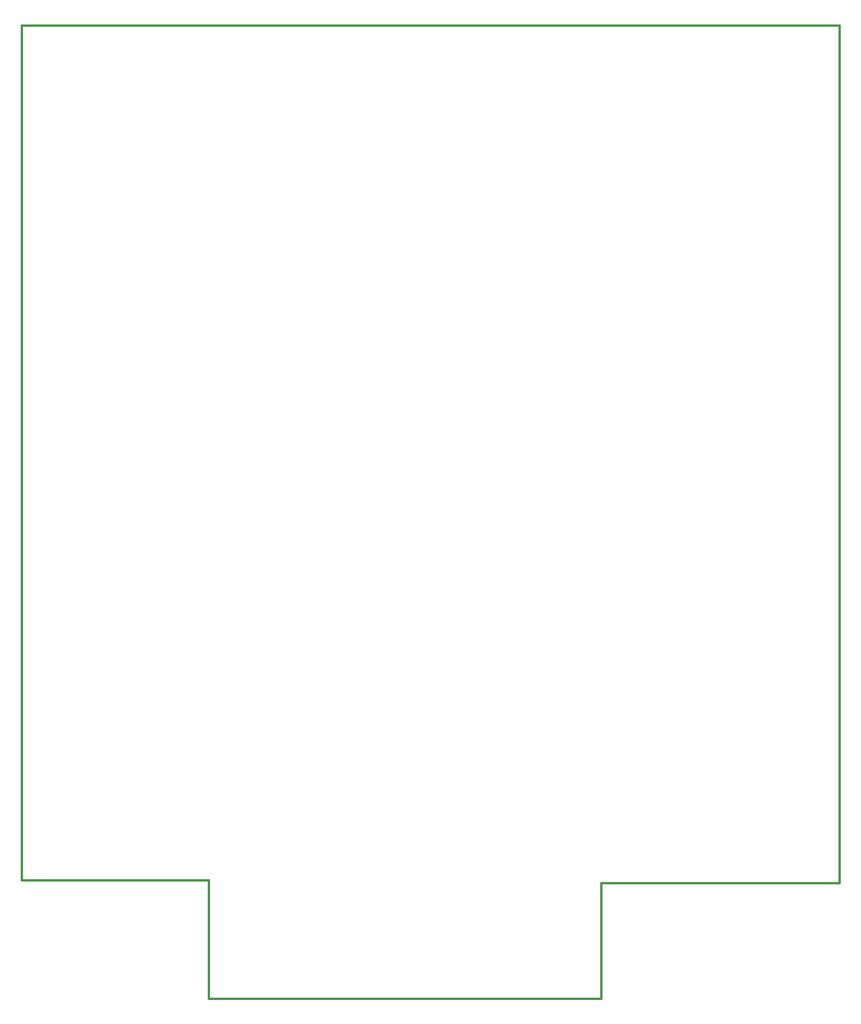
<source format=gm1>
G04 Layer_Color=16711935*
%FSLAX25Y25*%
%MOIN*%
G70*
G01*
G75*
%ADD19C,0.01500*%
D19*
X853000Y623600D02*
Y1231500D01*
X684200Y623600D02*
X853000D01*
X684200Y541500D02*
Y623600D01*
X405800Y541500D02*
X684200D01*
X405800D02*
Y625400D01*
X273000D02*
X405800D01*
X273000D02*
Y1231500D01*
X853000D01*
M02*

</source>
